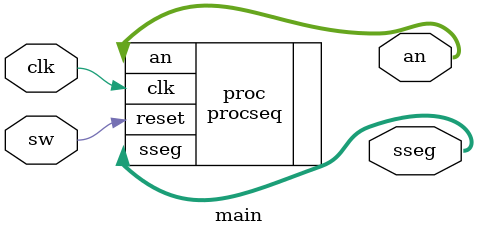
<source format=v>
`timescale 1ns / 1ps
module main(
	input clk,
	input sw,
   output [3:0] an,
   output [7:0] sseg
);

procseq proc(.clk(clk), .reset(sw), .an(an), .sseg(sseg));

endmodule

</source>
